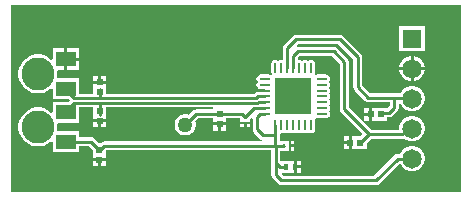
<source format=gbr>
%TF.GenerationSoftware,Altium Limited,Altium Designer,23.8.1 (32)*%
G04 Layer_Physical_Order=1*
G04 Layer_Color=255*
%FSLAX45Y45*%
%MOMM*%
%TF.SameCoordinates,ADF8DBE8-81F1-4F09-BB5B-47DAA202E5C4*%
%TF.FilePolarity,Positive*%
%TF.FileFunction,Copper,L1,Top,Signal*%
%TF.Part,Single*%
G01*
G75*
%TA.AperFunction,ConnectorPad*%
%ADD10R,1.70000X1.30000*%
%TA.AperFunction,SMDPad,CuDef*%
%ADD11R,0.55000X0.60000*%
%ADD12R,0.25000X0.30000*%
%ADD13R,0.60000X0.55000*%
%ADD14O,0.85000X0.20000*%
%ADD15R,3.13000X3.13000*%
%ADD16O,0.20000X0.85000*%
%ADD17R,0.40000X0.50000*%
%ADD18R,0.30000X0.25000*%
%ADD19R,0.57247X0.61535*%
%ADD20R,0.61535X0.57247*%
%TA.AperFunction,Conductor*%
%ADD21C,0.25400*%
%ADD22C,0.23971*%
%TA.AperFunction,ComponentPad*%
%ADD23C,2.80000*%
%ADD24C,1.65000*%
%ADD25R,1.65000X1.65000*%
%TA.AperFunction,ViaPad*%
%ADD26C,1.27000*%
%ADD27C,0.50000*%
G36*
X3810001Y1587500D02*
Y2D01*
X0D01*
Y1587502D01*
X3810000D01*
X3810001Y1587500D01*
D02*
G37*
%LPC*%
G36*
X3501200Y1409650D02*
X3285400D01*
Y1193850D01*
X3501200D01*
Y1409650D01*
D02*
G37*
G36*
X571460Y1218700D02*
X473760D01*
Y1141000D01*
X571460D01*
Y1218700D01*
D02*
G37*
G36*
X3407505Y1155650D02*
X3406000D01*
Y1060450D01*
X3501200D01*
Y1061955D01*
X3493847Y1089398D01*
X3479642Y1114002D01*
X3459552Y1134091D01*
X3434948Y1148297D01*
X3407505Y1155650D01*
D02*
G37*
G36*
X3380600D02*
X3379095D01*
X3351652Y1148297D01*
X3327048Y1134091D01*
X3306959Y1114002D01*
X3292753Y1089398D01*
X3285400Y1061955D01*
Y1060450D01*
X3380600D01*
Y1155650D01*
D02*
G37*
G36*
X571460Y1115600D02*
X473760D01*
Y1037900D01*
X571460D01*
Y1115600D01*
D02*
G37*
G36*
X804700Y983739D02*
X762000D01*
Y943539D01*
X804700D01*
Y983739D01*
D02*
G37*
G36*
X736600D02*
X693900D01*
Y943539D01*
X736600D01*
Y983739D01*
D02*
G37*
G36*
X3501200Y1035050D02*
X3406000D01*
Y939850D01*
X3407505D01*
X3434948Y947203D01*
X3459552Y961409D01*
X3479642Y981498D01*
X3493847Y1006102D01*
X3501200Y1033545D01*
Y1035050D01*
D02*
G37*
G36*
X3380600D02*
X3285400D01*
Y1033545D01*
X3292753Y1006102D01*
X3306959Y981498D01*
X3327048Y961409D01*
X3351652Y947203D01*
X3379095Y939850D01*
X3380600D01*
Y1035050D01*
D02*
G37*
G36*
X2781300Y1334247D02*
X2413000D01*
X2398134Y1331289D01*
X2385531Y1322869D01*
X2309331Y1246669D01*
X2300911Y1234066D01*
X2297953Y1219200D01*
Y1130485D01*
X2288136Y1122428D01*
X2286800Y1122693D01*
X2272988Y1119946D01*
X2261800Y1112471D01*
X2250612Y1119946D01*
X2236800Y1122693D01*
X2222988Y1119946D01*
X2211278Y1112122D01*
X2203454Y1100412D01*
X2200707Y1086600D01*
Y1021600D01*
X2203454Y1007788D01*
X2204598Y1006075D01*
X2204679Y1002701D01*
X2195699Y993721D01*
X2192325Y993802D01*
X2190612Y994946D01*
X2176800Y997693D01*
X2111800D01*
X2097988Y994946D01*
X2086278Y987122D01*
X2078454Y975412D01*
X2075707Y961600D01*
X2078454Y947788D01*
X2085929Y936600D01*
X2078454Y925412D01*
X2075707Y911600D01*
X2078454Y897788D01*
X2085929Y886600D01*
X2078454Y875412D01*
X2078233Y874300D01*
X2144300D01*
Y849723D01*
X2089815D01*
X2085678Y848900D01*
X2077311Y853537D01*
X2078454Y847788D01*
X2078305Y847429D01*
X2075227Y846816D01*
X2062861Y838554D01*
X2062861Y838553D01*
X2059061Y834753D01*
X804700D01*
Y877939D01*
Y918139D01*
X749300D01*
X693900D01*
Y877939D01*
Y834753D01*
X571460D01*
Y968700D01*
X397828D01*
X389771Y978517D01*
X391460Y987009D01*
Y1019591D01*
X389771Y1028083D01*
X397828Y1037900D01*
X448360D01*
Y1128300D01*
Y1218700D01*
X350660D01*
Y1129204D01*
X338927Y1124344D01*
X331496Y1131774D01*
X304406Y1149876D01*
X274306Y1162344D01*
X242351Y1168700D01*
X209769D01*
X177814Y1162344D01*
X147714Y1149876D01*
X120624Y1131774D01*
X97586Y1108736D01*
X79484Y1081646D01*
X67016Y1051546D01*
X60660Y1019591D01*
Y987009D01*
X67016Y955054D01*
X79484Y924954D01*
X97586Y897864D01*
X120624Y874826D01*
X147714Y856724D01*
X177814Y844256D01*
X209769Y837900D01*
X242351D01*
X274306Y844256D01*
X304406Y856724D01*
X331496Y874826D01*
X338927Y882256D01*
X350660Y877396D01*
Y787900D01*
X487393D01*
X496993Y778300D01*
X487393Y768700D01*
X350660D01*
Y679204D01*
X338927Y674344D01*
X331496Y681774D01*
X304406Y699875D01*
X274306Y712344D01*
X242351Y718700D01*
X209769D01*
X177814Y712344D01*
X147714Y699875D01*
X120624Y681774D01*
X97586Y658736D01*
X79484Y631646D01*
X67016Y601545D01*
X60660Y569590D01*
Y537009D01*
X67016Y505054D01*
X79484Y474954D01*
X97586Y447863D01*
X120624Y424825D01*
X147714Y406724D01*
X177814Y394256D01*
X209769Y387900D01*
X242351D01*
X274306Y394256D01*
X304406Y406724D01*
X331496Y424825D01*
X338927Y432256D01*
X350660Y427396D01*
Y337900D01*
X571460D01*
Y389453D01*
X660509D01*
X688759Y361203D01*
Y307841D01*
Y288441D01*
X744159D01*
Y275741D01*
D01*
Y288441D01*
X799559D01*
Y350922D01*
X803491Y354853D01*
X2200807D01*
Y249547D01*
Y147947D01*
X2203764Y133081D01*
X2212185Y120478D01*
X2258531Y74131D01*
X2271134Y65711D01*
X2286000Y62753D01*
X3086100D01*
X3100966Y65711D01*
X3113569Y74131D01*
X3280436Y240999D01*
X3282536Y241528D01*
X3295739Y238931D01*
X3306959Y219498D01*
X3327048Y199409D01*
X3351652Y185203D01*
X3379095Y177850D01*
X3407505D01*
X3434948Y185203D01*
X3459552Y199409D01*
X3479642Y219498D01*
X3493847Y244102D01*
X3501200Y271545D01*
Y299955D01*
X3493847Y327398D01*
X3479642Y352002D01*
X3459552Y372091D01*
X3434948Y386297D01*
X3407505Y393650D01*
X3379095D01*
X3351652Y386297D01*
X3327048Y372091D01*
X3306959Y352002D01*
X3292753Y327398D01*
X3292003Y324597D01*
X3270250D01*
X3255384Y321639D01*
X3242781Y313219D01*
X3070009Y140447D01*
X2302091D01*
X2289737Y152800D01*
X2294998Y165500D01*
X2391400D01*
Y215900D01*
Y266300D01*
X2278700D01*
X2278500Y278917D01*
Y353300D01*
X2349305D01*
Y388941D01*
X2350252Y393700D01*
X2349305Y398459D01*
Y434100D01*
X2275646D01*
Y492715D01*
X2285464Y500772D01*
X2286800Y500506D01*
X2300612Y503254D01*
X2311800Y510729D01*
X2322988Y503254D01*
X2336800Y500506D01*
X2350612Y503254D01*
X2361800Y510729D01*
X2372988Y503254D01*
X2386800Y500506D01*
X2400612Y503254D01*
X2411800Y510729D01*
X2422988Y503254D01*
X2436800Y500506D01*
X2450612Y503254D01*
X2461800Y510729D01*
X2472988Y503254D01*
X2486800Y500506D01*
X2500612Y503254D01*
X2511800Y510729D01*
X2522988Y503254D01*
X2536800Y500506D01*
X2550612Y503254D01*
X2562322Y511078D01*
X2570146Y522788D01*
X2572894Y536600D01*
Y601600D01*
X2570146Y615412D01*
X2569001Y617125D01*
X2568921Y620499D01*
X2577901Y629479D01*
X2581275Y629399D01*
X2582988Y628254D01*
X2596800Y625506D01*
X2661800D01*
X2675612Y628254D01*
X2687322Y636078D01*
X2695146Y647788D01*
X2697894Y661600D01*
X2695146Y675412D01*
X2687671Y686600D01*
X2695146Y697788D01*
X2697894Y711600D01*
X2695146Y725412D01*
X2687671Y736600D01*
X2695146Y747788D01*
X2697894Y761600D01*
X2695146Y775412D01*
X2687671Y786600D01*
X2695146Y797788D01*
X2697894Y811600D01*
X2695146Y825412D01*
X2687671Y836600D01*
X2695146Y847788D01*
X2697894Y861600D01*
X2695146Y875412D01*
X2687671Y886600D01*
X2695146Y897788D01*
X2697894Y911600D01*
X2695146Y925412D01*
X2687671Y936600D01*
X2695146Y947788D01*
X2697894Y961600D01*
X2695146Y975412D01*
X2687322Y987122D01*
X2675612Y994946D01*
X2661800Y997693D01*
X2596800D01*
X2582988Y994946D01*
X2581275Y993801D01*
X2577901Y993721D01*
X2568921Y1002701D01*
X2569002Y1006075D01*
X2570146Y1007788D01*
X2572894Y1021600D01*
Y1086600D01*
X2570146Y1100412D01*
X2562322Y1112122D01*
X2550612Y1119946D01*
X2536800Y1122693D01*
X2522988Y1119946D01*
X2511800Y1112471D01*
X2500612Y1119946D01*
X2486800Y1122693D01*
X2472988Y1119946D01*
X2461800Y1112471D01*
X2450612Y1119946D01*
X2436800Y1122693D01*
X2429332Y1132067D01*
X2428975Y1142138D01*
X2441791Y1154953D01*
X2714409D01*
X2780553Y1088809D01*
Y702400D01*
X2783511Y687534D01*
X2791931Y674931D01*
X2974013Y492850D01*
X2955663Y474500D01*
X2882900D01*
Y419100D01*
Y363700D01*
X3008100D01*
Y417063D01*
X3045041Y454003D01*
X3308625D01*
X3323490Y456960D01*
X3323494Y456963D01*
X3327048Y453409D01*
X3351652Y439203D01*
X3379095Y431850D01*
X3407505D01*
X3434948Y439203D01*
X3459552Y453409D01*
X3479642Y473498D01*
X3493847Y498102D01*
X3501200Y525545D01*
Y553955D01*
X3493847Y581398D01*
X3479642Y606002D01*
X3459552Y626091D01*
X3434948Y640297D01*
X3407505Y647650D01*
X3379095D01*
X3351652Y640297D01*
X3327048Y626091D01*
X3306959Y606002D01*
X3292753Y581398D01*
X3285400Y553955D01*
Y531696D01*
X3045041D01*
X2858247Y718491D01*
Y1104900D01*
X2855289Y1119766D01*
X2846869Y1132369D01*
X2757969Y1221269D01*
X2745366Y1229689D01*
X2730500Y1232647D01*
X2425700D01*
X2422510Y1232012D01*
X2416253Y1243716D01*
X2429091Y1256553D01*
X2765209D01*
X2894853Y1126909D01*
Y889000D01*
X2897811Y874134D01*
X2906231Y861531D01*
X2995131Y772631D01*
X3007734Y764211D01*
X3022600Y761253D01*
X3202582D01*
Y730219D01*
X3192432Y720069D01*
X3181500Y715800D01*
X3181500Y715800D01*
Y715800D01*
X3181499Y715800D01*
X3056300D01*
Y660400D01*
Y605000D01*
X3181500D01*
Y634253D01*
X3200400D01*
X3215266Y637211D01*
X3227869Y645631D01*
X3268897Y686660D01*
X3277318Y699263D01*
X3280275Y714129D01*
Y749601D01*
X3292753Y752102D01*
X3306959Y727498D01*
X3327048Y707409D01*
X3351652Y693203D01*
X3379095Y685850D01*
X3407505D01*
X3434948Y693203D01*
X3459552Y707409D01*
X3479642Y727498D01*
X3493847Y752102D01*
X3501200Y779545D01*
Y807955D01*
X3493847Y835398D01*
X3479642Y860002D01*
X3459552Y880091D01*
X3434948Y894297D01*
X3407505Y901650D01*
X3379095D01*
X3351652Y894297D01*
X3327048Y880091D01*
X3306959Y860002D01*
X3294802Y838947D01*
X3038691D01*
X2972547Y905091D01*
Y1143000D01*
X2969589Y1157866D01*
X2961169Y1170469D01*
X2808769Y1322869D01*
X2796166Y1331289D01*
X2781300Y1334247D01*
D02*
G37*
G36*
X3030900Y715800D02*
X2990700D01*
Y673100D01*
X3030900D01*
Y715800D01*
D02*
G37*
G36*
Y647700D02*
X2990700D01*
Y605000D01*
X3030900D01*
Y647700D01*
D02*
G37*
G36*
X2857500Y474500D02*
X2817300D01*
Y431800D01*
X2857500D01*
Y474500D01*
D02*
G37*
G36*
X2396800Y434100D02*
X2371600D01*
Y406400D01*
X2396800D01*
Y434100D01*
D02*
G37*
G36*
X2857500Y406400D02*
X2817300D01*
Y363700D01*
X2857500D01*
Y406400D01*
D02*
G37*
G36*
X2396800Y381000D02*
X2371600D01*
Y353300D01*
X2396800D01*
Y381000D01*
D02*
G37*
G36*
X2416800Y266300D02*
Y228600D01*
X2449500D01*
Y266300D01*
X2416800D01*
D02*
G37*
G36*
X799559Y263041D02*
X756859D01*
Y222841D01*
X799559D01*
Y263041D01*
D02*
G37*
G36*
X731459D02*
X688759D01*
Y222841D01*
X731459D01*
Y263041D01*
D02*
G37*
G36*
X2449500Y203200D02*
X2416800D01*
Y165500D01*
X2449500D01*
Y203200D01*
D02*
G37*
%LPD*%
G36*
X1709133Y719179D02*
Y704003D01*
X1566856D01*
X1551990Y701046D01*
X1539388Y692625D01*
X1502459Y655696D01*
X1484904Y660400D01*
X1461496D01*
X1438886Y654342D01*
X1418614Y642638D01*
X1402062Y626086D01*
X1390358Y605814D01*
X1384300Y583204D01*
Y559796D01*
X1390358Y537186D01*
X1402062Y516914D01*
X1418614Y500362D01*
X1438886Y488658D01*
X1461496Y482600D01*
X1484904D01*
X1507514Y488658D01*
X1527786Y500362D01*
X1544338Y516914D01*
X1556042Y537186D01*
X1562100Y559796D01*
Y583204D01*
X1557396Y600759D01*
X1582947Y626310D01*
X1709133D01*
Y611133D01*
X1711276D01*
Y592144D01*
X1765300D01*
X1819324D01*
Y611133D01*
X1821467D01*
Y626310D01*
X1938053D01*
X1940800Y623563D01*
Y597095D01*
X1976441D01*
X1981200Y596148D01*
X1985959Y597095D01*
X2021600D01*
Y620463D01*
X2031253Y630116D01*
X2043953Y624855D01*
Y533400D01*
X2046911Y518534D01*
X2055331Y505931D01*
X2105905Y455358D01*
X2118508Y446937D01*
X2127007Y445247D01*
X2125756Y432547D01*
X787400D01*
X772534Y429589D01*
X759931Y421169D01*
X752404Y413641D01*
X746197D01*
X704069Y455768D01*
X691466Y464189D01*
X676600Y467146D01*
X571460D01*
Y518700D01*
X397828D01*
X389771Y528517D01*
X391460Y537009D01*
Y569590D01*
X389771Y578083D01*
X397828Y587900D01*
X571460D01*
Y721847D01*
X693900D01*
Y637962D01*
Y618561D01*
X749300D01*
X804700D01*
Y637962D01*
Y721847D01*
X1697537D01*
X1709133Y719179D01*
D02*
G37*
%LPC*%
G36*
X804700Y593161D02*
X762000D01*
Y552962D01*
X804700D01*
Y593161D01*
D02*
G37*
G36*
X736600D02*
X693900D01*
Y552962D01*
X736600D01*
Y593161D01*
D02*
G37*
G36*
X2021600Y574800D02*
X1993900D01*
Y549600D01*
X2021600D01*
Y574800D01*
D02*
G37*
G36*
X1968500D02*
X1940800D01*
Y549600D01*
X1968500D01*
Y574800D01*
D02*
G37*
G36*
X1819324Y566744D02*
X1778000D01*
Y523276D01*
X1819324D01*
Y566744D01*
D02*
G37*
G36*
X1752600D02*
X1711276D01*
Y523276D01*
X1752600D01*
Y566744D01*
D02*
G37*
%LPD*%
D10*
X461060Y878300D02*
D03*
Y678300D02*
D03*
Y1128300D02*
D03*
Y428300D02*
D03*
D11*
X2955200Y419100D02*
D03*
X2870200D02*
D03*
X3128600Y660400D02*
D03*
X3043600D02*
D03*
D12*
X2358900Y393700D02*
D03*
X2311400D02*
D03*
D13*
X744159Y360741D02*
D03*
Y275741D02*
D03*
X749300Y690861D02*
D03*
Y845839D02*
D03*
Y605861D02*
D03*
Y930839D02*
D03*
D14*
X2144300Y761600D02*
D03*
Y811600D02*
D03*
X2629300Y961600D02*
D03*
Y911600D02*
D03*
Y861600D02*
D03*
Y811600D02*
D03*
Y761600D02*
D03*
Y711600D02*
D03*
Y661600D02*
D03*
X2144300D02*
D03*
Y711600D02*
D03*
Y861600D02*
D03*
Y911600D02*
D03*
Y961600D02*
D03*
D15*
X2386800Y811600D02*
D03*
D16*
X2236800Y1054100D02*
D03*
X2286800D02*
D03*
X2336800D02*
D03*
X2386800D02*
D03*
X2436800D02*
D03*
X2486800D02*
D03*
X2536800D02*
D03*
Y569100D02*
D03*
X2486800D02*
D03*
X2436800D02*
D03*
X2386800D02*
D03*
X2336800D02*
D03*
X2286800D02*
D03*
X2236800D02*
D03*
D17*
X2404100Y215900D02*
D03*
X2324100D02*
D03*
D18*
X1981200Y587500D02*
D03*
Y635000D02*
D03*
D19*
X1765300Y579444D02*
D03*
D20*
Y665156D02*
D03*
D21*
X1566856D02*
X1954144D01*
X2057800Y711600D02*
X2144300D01*
X2108600Y660800D02*
X2144300D01*
X2082800Y635000D02*
X2108600Y660800D01*
X2955200Y419100D02*
X3028950Y492850D01*
X450900Y428300D02*
X676600D01*
X744159Y360741D01*
X3308625Y492850D02*
X3355525Y539750D01*
X3393300D01*
X3028950Y492850D02*
X3308625D01*
X2819400Y702400D02*
Y1104900D01*
Y702400D02*
X3028950Y492850D01*
X2387600Y1054100D02*
Y1155700D01*
X3241429Y800100D02*
X3386950D01*
X3022600D02*
X3241429D01*
Y714129D02*
Y800100D01*
X3200400Y673100D02*
X3241429Y714129D01*
X3141300Y673100D02*
X3200400D01*
X3128600Y660400D02*
X3141300Y673100D01*
X2730500Y1193800D02*
X2819400Y1104900D01*
X2425700Y1193800D02*
X2730500D01*
X1473200Y571500D02*
X1566856Y665156D01*
X2236800Y482827D02*
Y569100D01*
Y396553D02*
Y482827D01*
X2082800Y533400D02*
Y635000D01*
Y533400D02*
X2133373Y482827D01*
X2236800D01*
X2239653Y147947D02*
Y249547D01*
Y147947D02*
X2286000Y101600D01*
X3086100D01*
X3270250Y285750D01*
X3393300D01*
X2239653Y249547D02*
Y393700D01*
Y249547D02*
X2273300Y215900D01*
X2324100D01*
X2239653Y393700D02*
X2311400D01*
X787400D02*
X2239653D01*
X2236800Y396553D02*
X2239653Y393700D01*
X754441Y360741D02*
X787400Y393700D01*
X744159Y360741D02*
X754441D01*
X1981200Y635000D02*
Y638100D01*
Y635000D02*
X2057800Y711600D01*
X1954144Y665156D02*
X1981200Y638100D01*
X2781300Y1295400D02*
X2933700Y1143000D01*
X2413000Y1295400D02*
X2781300D01*
X2336800Y1219200D02*
X2413000Y1295400D01*
X2933700Y889000D02*
Y1143000D01*
X2336800Y1054100D02*
Y1219200D01*
X2387600Y1155700D02*
X2425700Y1193800D01*
X2933700Y889000D02*
X3022600Y800100D01*
X3386950D02*
X3393300Y793750D01*
D22*
X736600Y759964D02*
X2090039D01*
X2074850Y796635D02*
X2089815Y811600D01*
X739581Y796635D02*
X2074850D01*
X532565D02*
X739581D01*
X532565Y759964D02*
X736600D01*
X450900Y678300D02*
X532565Y759964D01*
X450900Y878300D02*
X532565Y796635D01*
X2089815Y811600D02*
X2144300D01*
X749300Y806354D02*
Y845839D01*
X2091675Y761600D02*
X2144300D01*
X2090039Y759964D02*
X2091675Y761600D01*
X749300Y690861D02*
Y747264D01*
Y658450D02*
Y690861D01*
X736600Y759964D02*
X749300Y747264D01*
Y845839D02*
Y871900D01*
X739581Y796635D02*
X749300Y806354D01*
D23*
X226060Y1003300D02*
D03*
Y553300D02*
D03*
D24*
X3393300Y285750D02*
D03*
Y539750D02*
D03*
Y1047750D02*
D03*
Y793750D02*
D03*
D25*
Y1301750D02*
D03*
D26*
X1473200Y571500D02*
D03*
D27*
X2496800Y701600D02*
D03*
X2386800D02*
D03*
X2276800D02*
D03*
X2496800Y811600D02*
D03*
X2386800D02*
D03*
X2276800D02*
D03*
X2496800Y921600D02*
D03*
X2386800D02*
D03*
X2276800D02*
D03*
%TF.MD5,85e60c5d336997d789b68ac248af6a44*%
M02*

</source>
